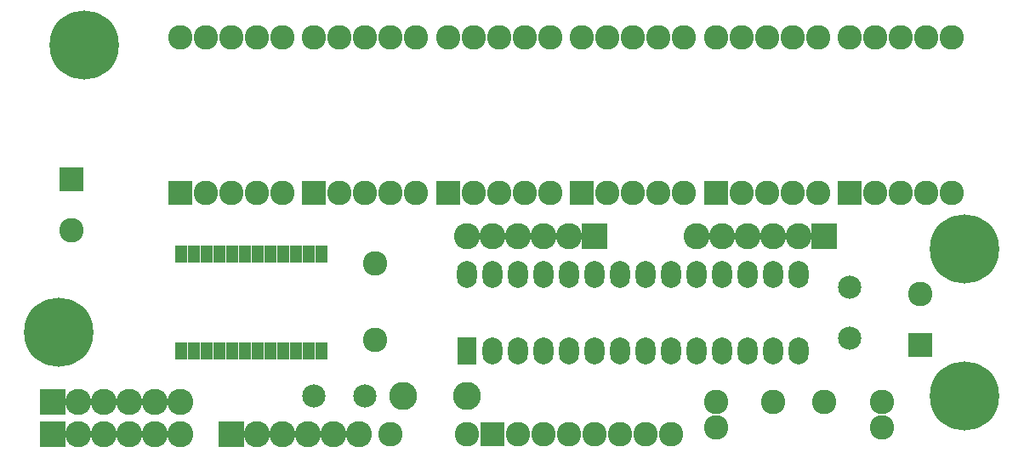
<source format=gts>
G04 (created by PCBNEW (2013-07-07 BZR 4022)-stable) date 07/12/2013 12:57:39*
%MOIN*%
G04 Gerber Fmt 3.4, Leading zero omitted, Abs format*
%FSLAX34Y34*%
G01*
G70*
G90*
G04 APERTURE LIST*
%ADD10C,0.00393701*%
%ADD11R,0.045748X0.065748*%
%ADD12R,0.095748X0.095748*%
%ADD13C,0.095748*%
%ADD14C,0.271648*%
%ADD15C,0.110248*%
%ADD16C,0.090748*%
%ADD17O,0.077748X0.105748*%
%ADD18R,0.077748X0.105748*%
%ADD19R,0.098448X0.098448*%
%ADD20C,0.102348*%
G04 APERTURE END LIST*
G54D10*
G54D11*
X31800Y-23000D03*
X32300Y-23000D03*
X32800Y-23000D03*
X33300Y-23000D03*
X33800Y-23000D03*
X34300Y-23000D03*
X34800Y-23000D03*
X35300Y-23000D03*
X35800Y-23000D03*
X36300Y-23000D03*
X36800Y-23000D03*
X37300Y-23000D03*
X31800Y-19200D03*
X32300Y-19200D03*
X32800Y-19200D03*
X33300Y-19200D03*
X33800Y-19200D03*
X34300Y-19200D03*
X34800Y-19200D03*
X35300Y-19200D03*
X35800Y-19200D03*
X36300Y-19200D03*
X36800Y-19200D03*
X37300Y-19200D03*
G54D12*
X58000Y-16800D03*
G54D13*
X59000Y-16800D03*
X60000Y-16800D03*
X61000Y-16800D03*
X62000Y-16800D03*
X62000Y-10700D03*
X61000Y-10700D03*
X60000Y-10700D03*
X59000Y-10700D03*
X58000Y-10700D03*
G54D12*
X31750Y-16800D03*
G54D13*
X32750Y-16800D03*
X33750Y-16800D03*
X34750Y-16800D03*
X35750Y-16800D03*
X35750Y-10700D03*
X34750Y-10700D03*
X33750Y-10700D03*
X32750Y-10700D03*
X31750Y-10700D03*
G54D12*
X52750Y-16800D03*
G54D13*
X53750Y-16800D03*
X54750Y-16800D03*
X55750Y-16800D03*
X56750Y-16800D03*
X56750Y-10700D03*
X55750Y-10700D03*
X54750Y-10700D03*
X53750Y-10700D03*
X52750Y-10700D03*
G54D12*
X47500Y-16800D03*
G54D13*
X48500Y-16800D03*
X49500Y-16800D03*
X50500Y-16800D03*
X51500Y-16800D03*
X51500Y-10700D03*
X50500Y-10700D03*
X49500Y-10700D03*
X48500Y-10700D03*
X47500Y-10700D03*
G54D12*
X42250Y-16800D03*
G54D13*
X43250Y-16800D03*
X44250Y-16800D03*
X45250Y-16800D03*
X46250Y-16800D03*
X46250Y-10700D03*
X45250Y-10700D03*
X44250Y-10700D03*
X43250Y-10700D03*
X42250Y-10700D03*
G54D12*
X37000Y-16800D03*
G54D13*
X38000Y-16800D03*
X39000Y-16800D03*
X40000Y-16800D03*
X41000Y-16800D03*
X41000Y-10700D03*
X40000Y-10700D03*
X39000Y-10700D03*
X38000Y-10700D03*
X37000Y-10700D03*
X39400Y-22550D03*
X39400Y-19550D03*
G54D12*
X27500Y-16250D03*
G54D13*
X27500Y-18250D03*
G54D14*
X62500Y-24750D03*
X27000Y-22250D03*
X62500Y-19000D03*
X28000Y-11000D03*
G54D13*
X57000Y-25000D03*
X55000Y-25000D03*
G54D15*
X40500Y-24750D03*
X43000Y-24750D03*
G54D12*
X44000Y-26250D03*
G54D13*
X45000Y-26250D03*
X46000Y-26250D03*
X47000Y-26250D03*
X48000Y-26250D03*
X49000Y-26250D03*
X50000Y-26250D03*
X51000Y-26250D03*
X40000Y-26250D03*
X43000Y-26250D03*
G54D12*
X60750Y-22750D03*
G54D13*
X60750Y-20750D03*
G54D16*
X58000Y-22500D03*
X58000Y-20500D03*
X39000Y-24750D03*
X37000Y-24750D03*
G54D13*
X52750Y-25000D03*
X52750Y-26000D03*
X59250Y-25000D03*
X59250Y-26000D03*
G54D17*
X44000Y-23000D03*
X45000Y-23000D03*
X46000Y-23000D03*
X47000Y-23000D03*
X48000Y-23000D03*
X49000Y-23000D03*
X50000Y-23000D03*
X51000Y-23000D03*
X52000Y-23000D03*
X53000Y-23000D03*
X54000Y-23000D03*
X55000Y-23000D03*
X56000Y-23000D03*
G54D18*
X43000Y-23000D03*
G54D17*
X56000Y-20000D03*
X55000Y-20000D03*
X54000Y-20000D03*
X53000Y-20000D03*
X52000Y-20000D03*
X51000Y-20000D03*
X50000Y-20000D03*
X49000Y-20000D03*
X48000Y-20000D03*
X47000Y-20000D03*
X46000Y-20000D03*
X45000Y-20000D03*
X44000Y-20000D03*
X43000Y-20000D03*
G54D19*
X26750Y-25000D03*
G54D20*
X27750Y-25000D03*
X28750Y-25000D03*
X29750Y-25000D03*
X30750Y-25000D03*
X31750Y-25000D03*
G54D19*
X26750Y-26250D03*
G54D20*
X27750Y-26250D03*
X28750Y-26250D03*
X29750Y-26250D03*
X30750Y-26250D03*
X31750Y-26250D03*
G54D19*
X57000Y-18500D03*
G54D20*
X56000Y-18500D03*
X55000Y-18500D03*
X54000Y-18500D03*
X53000Y-18500D03*
X52000Y-18500D03*
G54D19*
X48000Y-18500D03*
G54D20*
X47000Y-18500D03*
X46000Y-18500D03*
X45000Y-18500D03*
X44000Y-18500D03*
X43000Y-18500D03*
G54D19*
X33750Y-26250D03*
G54D20*
X34750Y-26250D03*
X35750Y-26250D03*
X36750Y-26250D03*
X37750Y-26250D03*
X38750Y-26250D03*
M02*

</source>
